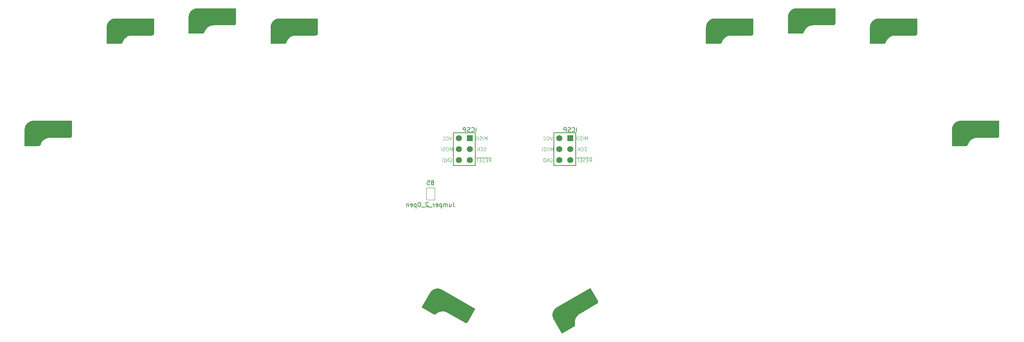
<source format=gbr>
%TF.GenerationSoftware,KiCad,Pcbnew,7.0.6*%
%TF.CreationDate,2024-02-24T15:03:31+09:00*%
%TF.ProjectId,kamu_keyboard,6b616d75-5f6b-4657-9962-6f6172642e6b,rev?*%
%TF.SameCoordinates,Original*%
%TF.FileFunction,Legend,Bot*%
%TF.FilePolarity,Positive*%
%FSLAX46Y46*%
G04 Gerber Fmt 4.6, Leading zero omitted, Abs format (unit mm)*
G04 Created by KiCad (PCBNEW 7.0.6) date 2024-02-24 15:03:31*
%MOMM*%
%LPD*%
G01*
G04 APERTURE LIST*
%ADD10C,0.150000*%
%ADD11C,0.100000*%
%ADD12C,0.120000*%
%ADD13R,1.397000X1.397000*%
%ADD14C,1.397000*%
G04 APERTURE END LIST*
D10*
X140189361Y-111487009D02*
X140046504Y-111534628D01*
X140046504Y-111534628D02*
X139998885Y-111582247D01*
X139998885Y-111582247D02*
X139951266Y-111677485D01*
X139951266Y-111677485D02*
X139951266Y-111820342D01*
X139951266Y-111820342D02*
X139998885Y-111915580D01*
X139998885Y-111915580D02*
X140046504Y-111963200D01*
X140046504Y-111963200D02*
X140141742Y-112010819D01*
X140141742Y-112010819D02*
X140522694Y-112010819D01*
X140522694Y-112010819D02*
X140522694Y-111010819D01*
X140522694Y-111010819D02*
X140189361Y-111010819D01*
X140189361Y-111010819D02*
X140094123Y-111058438D01*
X140094123Y-111058438D02*
X140046504Y-111106057D01*
X140046504Y-111106057D02*
X139998885Y-111201295D01*
X139998885Y-111201295D02*
X139998885Y-111296533D01*
X139998885Y-111296533D02*
X140046504Y-111391771D01*
X140046504Y-111391771D02*
X140094123Y-111439390D01*
X140094123Y-111439390D02*
X140189361Y-111487009D01*
X140189361Y-111487009D02*
X140522694Y-111487009D01*
X139046504Y-111010819D02*
X139522694Y-111010819D01*
X139522694Y-111010819D02*
X139570313Y-111487009D01*
X139570313Y-111487009D02*
X139522694Y-111439390D01*
X139522694Y-111439390D02*
X139427456Y-111391771D01*
X139427456Y-111391771D02*
X139189361Y-111391771D01*
X139189361Y-111391771D02*
X139094123Y-111439390D01*
X139094123Y-111439390D02*
X139046504Y-111487009D01*
X139046504Y-111487009D02*
X138998885Y-111582247D01*
X138998885Y-111582247D02*
X138998885Y-111820342D01*
X138998885Y-111820342D02*
X139046504Y-111915580D01*
X139046504Y-111915580D02*
X139094123Y-111963200D01*
X139094123Y-111963200D02*
X139189361Y-112010819D01*
X139189361Y-112010819D02*
X139427456Y-112010819D01*
X139427456Y-112010819D02*
X139522694Y-111963200D01*
X139522694Y-111963200D02*
X139570313Y-111915580D01*
X173636007Y-99710819D02*
X173636007Y-98710819D01*
X172588389Y-99615580D02*
X172636008Y-99663200D01*
X172636008Y-99663200D02*
X172778865Y-99710819D01*
X172778865Y-99710819D02*
X172874103Y-99710819D01*
X172874103Y-99710819D02*
X173016960Y-99663200D01*
X173016960Y-99663200D02*
X173112198Y-99567961D01*
X173112198Y-99567961D02*
X173159817Y-99472723D01*
X173159817Y-99472723D02*
X173207436Y-99282247D01*
X173207436Y-99282247D02*
X173207436Y-99139390D01*
X173207436Y-99139390D02*
X173159817Y-98948914D01*
X173159817Y-98948914D02*
X173112198Y-98853676D01*
X173112198Y-98853676D02*
X173016960Y-98758438D01*
X173016960Y-98758438D02*
X172874103Y-98710819D01*
X172874103Y-98710819D02*
X172778865Y-98710819D01*
X172778865Y-98710819D02*
X172636008Y-98758438D01*
X172636008Y-98758438D02*
X172588389Y-98806057D01*
X172207436Y-99663200D02*
X172064579Y-99710819D01*
X172064579Y-99710819D02*
X171826484Y-99710819D01*
X171826484Y-99710819D02*
X171731246Y-99663200D01*
X171731246Y-99663200D02*
X171683627Y-99615580D01*
X171683627Y-99615580D02*
X171636008Y-99520342D01*
X171636008Y-99520342D02*
X171636008Y-99425104D01*
X171636008Y-99425104D02*
X171683627Y-99329866D01*
X171683627Y-99329866D02*
X171731246Y-99282247D01*
X171731246Y-99282247D02*
X171826484Y-99234628D01*
X171826484Y-99234628D02*
X172016960Y-99187009D01*
X172016960Y-99187009D02*
X172112198Y-99139390D01*
X172112198Y-99139390D02*
X172159817Y-99091771D01*
X172159817Y-99091771D02*
X172207436Y-98996533D01*
X172207436Y-98996533D02*
X172207436Y-98901295D01*
X172207436Y-98901295D02*
X172159817Y-98806057D01*
X172159817Y-98806057D02*
X172112198Y-98758438D01*
X172112198Y-98758438D02*
X172016960Y-98710819D01*
X172016960Y-98710819D02*
X171778865Y-98710819D01*
X171778865Y-98710819D02*
X171636008Y-98758438D01*
X171207436Y-99710819D02*
X171207436Y-98710819D01*
X171207436Y-98710819D02*
X170826484Y-98710819D01*
X170826484Y-98710819D02*
X170731246Y-98758438D01*
X170731246Y-98758438D02*
X170683627Y-98806057D01*
X170683627Y-98806057D02*
X170636008Y-98901295D01*
X170636008Y-98901295D02*
X170636008Y-99044152D01*
X170636008Y-99044152D02*
X170683627Y-99139390D01*
X170683627Y-99139390D02*
X170731246Y-99187009D01*
X170731246Y-99187009D02*
X170826484Y-99234628D01*
X170826484Y-99234628D02*
X171207436Y-99234628D01*
D11*
X176581722Y-106680895D02*
X176848389Y-106299942D01*
X177038865Y-106680895D02*
X177038865Y-105880895D01*
X177038865Y-105880895D02*
X176734103Y-105880895D01*
X176734103Y-105880895D02*
X176657913Y-105918990D01*
X176657913Y-105918990D02*
X176619818Y-105957085D01*
X176619818Y-105957085D02*
X176581722Y-106033276D01*
X176581722Y-106033276D02*
X176581722Y-106147561D01*
X176581722Y-106147561D02*
X176619818Y-106223752D01*
X176619818Y-106223752D02*
X176657913Y-106261847D01*
X176657913Y-106261847D02*
X176734103Y-106299942D01*
X176734103Y-106299942D02*
X177038865Y-106299942D01*
X176238865Y-106261847D02*
X175972199Y-106261847D01*
X175857913Y-106680895D02*
X176238865Y-106680895D01*
X176238865Y-106680895D02*
X176238865Y-105880895D01*
X176238865Y-105880895D02*
X175857913Y-105880895D01*
X175553151Y-106642800D02*
X175438865Y-106680895D01*
X175438865Y-106680895D02*
X175248389Y-106680895D01*
X175248389Y-106680895D02*
X175172198Y-106642800D01*
X175172198Y-106642800D02*
X175134103Y-106604704D01*
X175134103Y-106604704D02*
X175096008Y-106528514D01*
X175096008Y-106528514D02*
X175096008Y-106452323D01*
X175096008Y-106452323D02*
X175134103Y-106376133D01*
X175134103Y-106376133D02*
X175172198Y-106338038D01*
X175172198Y-106338038D02*
X175248389Y-106299942D01*
X175248389Y-106299942D02*
X175400770Y-106261847D01*
X175400770Y-106261847D02*
X175476960Y-106223752D01*
X175476960Y-106223752D02*
X175515055Y-106185657D01*
X175515055Y-106185657D02*
X175553151Y-106109466D01*
X175553151Y-106109466D02*
X175553151Y-106033276D01*
X175553151Y-106033276D02*
X175515055Y-105957085D01*
X175515055Y-105957085D02*
X175476960Y-105918990D01*
X175476960Y-105918990D02*
X175400770Y-105880895D01*
X175400770Y-105880895D02*
X175210293Y-105880895D01*
X175210293Y-105880895D02*
X175096008Y-105918990D01*
X174753150Y-106261847D02*
X174486484Y-106261847D01*
X174372198Y-106680895D02*
X174753150Y-106680895D01*
X174753150Y-106680895D02*
X174753150Y-105880895D01*
X174753150Y-105880895D02*
X174372198Y-105880895D01*
X174143626Y-105880895D02*
X173686483Y-105880895D01*
X173915055Y-106680895D02*
X173915055Y-105880895D01*
X177149342Y-105658800D02*
X173690293Y-105658800D01*
X175948389Y-104102800D02*
X175834103Y-104140895D01*
X175834103Y-104140895D02*
X175643627Y-104140895D01*
X175643627Y-104140895D02*
X175567436Y-104102800D01*
X175567436Y-104102800D02*
X175529341Y-104064704D01*
X175529341Y-104064704D02*
X175491246Y-103988514D01*
X175491246Y-103988514D02*
X175491246Y-103912323D01*
X175491246Y-103912323D02*
X175529341Y-103836133D01*
X175529341Y-103836133D02*
X175567436Y-103798038D01*
X175567436Y-103798038D02*
X175643627Y-103759942D01*
X175643627Y-103759942D02*
X175796008Y-103721847D01*
X175796008Y-103721847D02*
X175872198Y-103683752D01*
X175872198Y-103683752D02*
X175910293Y-103645657D01*
X175910293Y-103645657D02*
X175948389Y-103569466D01*
X175948389Y-103569466D02*
X175948389Y-103493276D01*
X175948389Y-103493276D02*
X175910293Y-103417085D01*
X175910293Y-103417085D02*
X175872198Y-103378990D01*
X175872198Y-103378990D02*
X175796008Y-103340895D01*
X175796008Y-103340895D02*
X175605531Y-103340895D01*
X175605531Y-103340895D02*
X175491246Y-103378990D01*
X174691245Y-104064704D02*
X174729341Y-104102800D01*
X174729341Y-104102800D02*
X174843626Y-104140895D01*
X174843626Y-104140895D02*
X174919817Y-104140895D01*
X174919817Y-104140895D02*
X175034103Y-104102800D01*
X175034103Y-104102800D02*
X175110293Y-104026609D01*
X175110293Y-104026609D02*
X175148388Y-103950419D01*
X175148388Y-103950419D02*
X175186484Y-103798038D01*
X175186484Y-103798038D02*
X175186484Y-103683752D01*
X175186484Y-103683752D02*
X175148388Y-103531371D01*
X175148388Y-103531371D02*
X175110293Y-103455180D01*
X175110293Y-103455180D02*
X175034103Y-103378990D01*
X175034103Y-103378990D02*
X174919817Y-103340895D01*
X174919817Y-103340895D02*
X174843626Y-103340895D01*
X174843626Y-103340895D02*
X174729341Y-103378990D01*
X174729341Y-103378990D02*
X174691245Y-103417085D01*
X174348388Y-104140895D02*
X174348388Y-103340895D01*
X173891245Y-104140895D02*
X174234103Y-103683752D01*
X173891245Y-103340895D02*
X174348388Y-103798038D01*
X167986484Y-100840895D02*
X167719817Y-101640895D01*
X167719817Y-101640895D02*
X167453151Y-100840895D01*
X166729341Y-101564704D02*
X166767437Y-101602800D01*
X166767437Y-101602800D02*
X166881722Y-101640895D01*
X166881722Y-101640895D02*
X166957913Y-101640895D01*
X166957913Y-101640895D02*
X167072199Y-101602800D01*
X167072199Y-101602800D02*
X167148389Y-101526609D01*
X167148389Y-101526609D02*
X167186484Y-101450419D01*
X167186484Y-101450419D02*
X167224580Y-101298038D01*
X167224580Y-101298038D02*
X167224580Y-101183752D01*
X167224580Y-101183752D02*
X167186484Y-101031371D01*
X167186484Y-101031371D02*
X167148389Y-100955180D01*
X167148389Y-100955180D02*
X167072199Y-100878990D01*
X167072199Y-100878990D02*
X166957913Y-100840895D01*
X166957913Y-100840895D02*
X166881722Y-100840895D01*
X166881722Y-100840895D02*
X166767437Y-100878990D01*
X166767437Y-100878990D02*
X166729341Y-100917085D01*
X165929341Y-101564704D02*
X165967437Y-101602800D01*
X165967437Y-101602800D02*
X166081722Y-101640895D01*
X166081722Y-101640895D02*
X166157913Y-101640895D01*
X166157913Y-101640895D02*
X166272199Y-101602800D01*
X166272199Y-101602800D02*
X166348389Y-101526609D01*
X166348389Y-101526609D02*
X166386484Y-101450419D01*
X166386484Y-101450419D02*
X166424580Y-101298038D01*
X166424580Y-101298038D02*
X166424580Y-101183752D01*
X166424580Y-101183752D02*
X166386484Y-101031371D01*
X166386484Y-101031371D02*
X166348389Y-100955180D01*
X166348389Y-100955180D02*
X166272199Y-100878990D01*
X166272199Y-100878990D02*
X166157913Y-100840895D01*
X166157913Y-100840895D02*
X166081722Y-100840895D01*
X166081722Y-100840895D02*
X165967437Y-100878990D01*
X165967437Y-100878990D02*
X165929341Y-100917085D01*
X167529341Y-105918990D02*
X167605531Y-105880895D01*
X167605531Y-105880895D02*
X167719817Y-105880895D01*
X167719817Y-105880895D02*
X167834103Y-105918990D01*
X167834103Y-105918990D02*
X167910293Y-105995180D01*
X167910293Y-105995180D02*
X167948388Y-106071371D01*
X167948388Y-106071371D02*
X167986484Y-106223752D01*
X167986484Y-106223752D02*
X167986484Y-106338038D01*
X167986484Y-106338038D02*
X167948388Y-106490419D01*
X167948388Y-106490419D02*
X167910293Y-106566609D01*
X167910293Y-106566609D02*
X167834103Y-106642800D01*
X167834103Y-106642800D02*
X167719817Y-106680895D01*
X167719817Y-106680895D02*
X167643626Y-106680895D01*
X167643626Y-106680895D02*
X167529341Y-106642800D01*
X167529341Y-106642800D02*
X167491245Y-106604704D01*
X167491245Y-106604704D02*
X167491245Y-106338038D01*
X167491245Y-106338038D02*
X167643626Y-106338038D01*
X167148388Y-106680895D02*
X167148388Y-105880895D01*
X167148388Y-105880895D02*
X166691245Y-106680895D01*
X166691245Y-106680895D02*
X166691245Y-105880895D01*
X166310293Y-106680895D02*
X166310293Y-105880895D01*
X166310293Y-105880895D02*
X166119817Y-105880895D01*
X166119817Y-105880895D02*
X166005531Y-105918990D01*
X166005531Y-105918990D02*
X165929341Y-105995180D01*
X165929341Y-105995180D02*
X165891246Y-106071371D01*
X165891246Y-106071371D02*
X165853150Y-106223752D01*
X165853150Y-106223752D02*
X165853150Y-106338038D01*
X165853150Y-106338038D02*
X165891246Y-106490419D01*
X165891246Y-106490419D02*
X165929341Y-106566609D01*
X165929341Y-106566609D02*
X166005531Y-106642800D01*
X166005531Y-106642800D02*
X166119817Y-106680895D01*
X166119817Y-106680895D02*
X166310293Y-106680895D01*
X176176960Y-101600895D02*
X176176960Y-100800895D01*
X176176960Y-100800895D02*
X175910294Y-101372323D01*
X175910294Y-101372323D02*
X175643627Y-100800895D01*
X175643627Y-100800895D02*
X175643627Y-101600895D01*
X175262674Y-101600895D02*
X175262674Y-100800895D01*
X174919818Y-101562800D02*
X174805532Y-101600895D01*
X174805532Y-101600895D02*
X174615056Y-101600895D01*
X174615056Y-101600895D02*
X174538865Y-101562800D01*
X174538865Y-101562800D02*
X174500770Y-101524704D01*
X174500770Y-101524704D02*
X174462675Y-101448514D01*
X174462675Y-101448514D02*
X174462675Y-101372323D01*
X174462675Y-101372323D02*
X174500770Y-101296133D01*
X174500770Y-101296133D02*
X174538865Y-101258038D01*
X174538865Y-101258038D02*
X174615056Y-101219942D01*
X174615056Y-101219942D02*
X174767437Y-101181847D01*
X174767437Y-101181847D02*
X174843627Y-101143752D01*
X174843627Y-101143752D02*
X174881722Y-101105657D01*
X174881722Y-101105657D02*
X174919818Y-101029466D01*
X174919818Y-101029466D02*
X174919818Y-100953276D01*
X174919818Y-100953276D02*
X174881722Y-100877085D01*
X174881722Y-100877085D02*
X174843627Y-100838990D01*
X174843627Y-100838990D02*
X174767437Y-100800895D01*
X174767437Y-100800895D02*
X174576960Y-100800895D01*
X174576960Y-100800895D02*
X174462675Y-100838990D01*
X173967436Y-100800895D02*
X173815055Y-100800895D01*
X173815055Y-100800895D02*
X173738865Y-100838990D01*
X173738865Y-100838990D02*
X173662674Y-100915180D01*
X173662674Y-100915180D02*
X173624579Y-101067561D01*
X173624579Y-101067561D02*
X173624579Y-101334228D01*
X173624579Y-101334228D02*
X173662674Y-101486609D01*
X173662674Y-101486609D02*
X173738865Y-101562800D01*
X173738865Y-101562800D02*
X173815055Y-101600895D01*
X173815055Y-101600895D02*
X173967436Y-101600895D01*
X173967436Y-101600895D02*
X174043627Y-101562800D01*
X174043627Y-101562800D02*
X174119817Y-101486609D01*
X174119817Y-101486609D02*
X174157913Y-101334228D01*
X174157913Y-101334228D02*
X174157913Y-101067561D01*
X174157913Y-101067561D02*
X174119817Y-100915180D01*
X174119817Y-100915180D02*
X174043627Y-100838990D01*
X174043627Y-100838990D02*
X173967436Y-100800895D01*
X168176960Y-104140895D02*
X168176960Y-103340895D01*
X168176960Y-103340895D02*
X167910294Y-103912323D01*
X167910294Y-103912323D02*
X167643627Y-103340895D01*
X167643627Y-103340895D02*
X167643627Y-104140895D01*
X167110293Y-103340895D02*
X166957912Y-103340895D01*
X166957912Y-103340895D02*
X166881722Y-103378990D01*
X166881722Y-103378990D02*
X166805531Y-103455180D01*
X166805531Y-103455180D02*
X166767436Y-103607561D01*
X166767436Y-103607561D02*
X166767436Y-103874228D01*
X166767436Y-103874228D02*
X166805531Y-104026609D01*
X166805531Y-104026609D02*
X166881722Y-104102800D01*
X166881722Y-104102800D02*
X166957912Y-104140895D01*
X166957912Y-104140895D02*
X167110293Y-104140895D01*
X167110293Y-104140895D02*
X167186484Y-104102800D01*
X167186484Y-104102800D02*
X167262674Y-104026609D01*
X167262674Y-104026609D02*
X167300770Y-103874228D01*
X167300770Y-103874228D02*
X167300770Y-103607561D01*
X167300770Y-103607561D02*
X167262674Y-103455180D01*
X167262674Y-103455180D02*
X167186484Y-103378990D01*
X167186484Y-103378990D02*
X167110293Y-103340895D01*
X166462675Y-104102800D02*
X166348389Y-104140895D01*
X166348389Y-104140895D02*
X166157913Y-104140895D01*
X166157913Y-104140895D02*
X166081722Y-104102800D01*
X166081722Y-104102800D02*
X166043627Y-104064704D01*
X166043627Y-104064704D02*
X166005532Y-103988514D01*
X166005532Y-103988514D02*
X166005532Y-103912323D01*
X166005532Y-103912323D02*
X166043627Y-103836133D01*
X166043627Y-103836133D02*
X166081722Y-103798038D01*
X166081722Y-103798038D02*
X166157913Y-103759942D01*
X166157913Y-103759942D02*
X166310294Y-103721847D01*
X166310294Y-103721847D02*
X166386484Y-103683752D01*
X166386484Y-103683752D02*
X166424579Y-103645657D01*
X166424579Y-103645657D02*
X166462675Y-103569466D01*
X166462675Y-103569466D02*
X166462675Y-103493276D01*
X166462675Y-103493276D02*
X166424579Y-103417085D01*
X166424579Y-103417085D02*
X166386484Y-103378990D01*
X166386484Y-103378990D02*
X166310294Y-103340895D01*
X166310294Y-103340895D02*
X166119817Y-103340895D01*
X166119817Y-103340895D02*
X166005532Y-103378990D01*
X165662674Y-104140895D02*
X165662674Y-103340895D01*
D10*
X150326955Y-99710819D02*
X150326955Y-98710819D01*
X149279337Y-99615580D02*
X149326956Y-99663200D01*
X149326956Y-99663200D02*
X149469813Y-99710819D01*
X149469813Y-99710819D02*
X149565051Y-99710819D01*
X149565051Y-99710819D02*
X149707908Y-99663200D01*
X149707908Y-99663200D02*
X149803146Y-99567961D01*
X149803146Y-99567961D02*
X149850765Y-99472723D01*
X149850765Y-99472723D02*
X149898384Y-99282247D01*
X149898384Y-99282247D02*
X149898384Y-99139390D01*
X149898384Y-99139390D02*
X149850765Y-98948914D01*
X149850765Y-98948914D02*
X149803146Y-98853676D01*
X149803146Y-98853676D02*
X149707908Y-98758438D01*
X149707908Y-98758438D02*
X149565051Y-98710819D01*
X149565051Y-98710819D02*
X149469813Y-98710819D01*
X149469813Y-98710819D02*
X149326956Y-98758438D01*
X149326956Y-98758438D02*
X149279337Y-98806057D01*
X148898384Y-99663200D02*
X148755527Y-99710819D01*
X148755527Y-99710819D02*
X148517432Y-99710819D01*
X148517432Y-99710819D02*
X148422194Y-99663200D01*
X148422194Y-99663200D02*
X148374575Y-99615580D01*
X148374575Y-99615580D02*
X148326956Y-99520342D01*
X148326956Y-99520342D02*
X148326956Y-99425104D01*
X148326956Y-99425104D02*
X148374575Y-99329866D01*
X148374575Y-99329866D02*
X148422194Y-99282247D01*
X148422194Y-99282247D02*
X148517432Y-99234628D01*
X148517432Y-99234628D02*
X148707908Y-99187009D01*
X148707908Y-99187009D02*
X148803146Y-99139390D01*
X148803146Y-99139390D02*
X148850765Y-99091771D01*
X148850765Y-99091771D02*
X148898384Y-98996533D01*
X148898384Y-98996533D02*
X148898384Y-98901295D01*
X148898384Y-98901295D02*
X148850765Y-98806057D01*
X148850765Y-98806057D02*
X148803146Y-98758438D01*
X148803146Y-98758438D02*
X148707908Y-98710819D01*
X148707908Y-98710819D02*
X148469813Y-98710819D01*
X148469813Y-98710819D02*
X148326956Y-98758438D01*
X147898384Y-99710819D02*
X147898384Y-98710819D01*
X147898384Y-98710819D02*
X147517432Y-98710819D01*
X147517432Y-98710819D02*
X147422194Y-98758438D01*
X147422194Y-98758438D02*
X147374575Y-98806057D01*
X147374575Y-98806057D02*
X147326956Y-98901295D01*
X147326956Y-98901295D02*
X147326956Y-99044152D01*
X147326956Y-99044152D02*
X147374575Y-99139390D01*
X147374575Y-99139390D02*
X147422194Y-99187009D01*
X147422194Y-99187009D02*
X147517432Y-99234628D01*
X147517432Y-99234628D02*
X147898384Y-99234628D01*
D11*
X144867908Y-104140895D02*
X144867908Y-103340895D01*
X144867908Y-103340895D02*
X144601242Y-103912323D01*
X144601242Y-103912323D02*
X144334575Y-103340895D01*
X144334575Y-103340895D02*
X144334575Y-104140895D01*
X143801241Y-103340895D02*
X143648860Y-103340895D01*
X143648860Y-103340895D02*
X143572670Y-103378990D01*
X143572670Y-103378990D02*
X143496479Y-103455180D01*
X143496479Y-103455180D02*
X143458384Y-103607561D01*
X143458384Y-103607561D02*
X143458384Y-103874228D01*
X143458384Y-103874228D02*
X143496479Y-104026609D01*
X143496479Y-104026609D02*
X143572670Y-104102800D01*
X143572670Y-104102800D02*
X143648860Y-104140895D01*
X143648860Y-104140895D02*
X143801241Y-104140895D01*
X143801241Y-104140895D02*
X143877432Y-104102800D01*
X143877432Y-104102800D02*
X143953622Y-104026609D01*
X143953622Y-104026609D02*
X143991718Y-103874228D01*
X143991718Y-103874228D02*
X143991718Y-103607561D01*
X143991718Y-103607561D02*
X143953622Y-103455180D01*
X143953622Y-103455180D02*
X143877432Y-103378990D01*
X143877432Y-103378990D02*
X143801241Y-103340895D01*
X143153623Y-104102800D02*
X143039337Y-104140895D01*
X143039337Y-104140895D02*
X142848861Y-104140895D01*
X142848861Y-104140895D02*
X142772670Y-104102800D01*
X142772670Y-104102800D02*
X142734575Y-104064704D01*
X142734575Y-104064704D02*
X142696480Y-103988514D01*
X142696480Y-103988514D02*
X142696480Y-103912323D01*
X142696480Y-103912323D02*
X142734575Y-103836133D01*
X142734575Y-103836133D02*
X142772670Y-103798038D01*
X142772670Y-103798038D02*
X142848861Y-103759942D01*
X142848861Y-103759942D02*
X143001242Y-103721847D01*
X143001242Y-103721847D02*
X143077432Y-103683752D01*
X143077432Y-103683752D02*
X143115527Y-103645657D01*
X143115527Y-103645657D02*
X143153623Y-103569466D01*
X143153623Y-103569466D02*
X143153623Y-103493276D01*
X143153623Y-103493276D02*
X143115527Y-103417085D01*
X143115527Y-103417085D02*
X143077432Y-103378990D01*
X143077432Y-103378990D02*
X143001242Y-103340895D01*
X143001242Y-103340895D02*
X142810765Y-103340895D01*
X142810765Y-103340895D02*
X142696480Y-103378990D01*
X142353622Y-104140895D02*
X142353622Y-103340895D01*
X153272670Y-106680895D02*
X153539337Y-106299942D01*
X153729813Y-106680895D02*
X153729813Y-105880895D01*
X153729813Y-105880895D02*
X153425051Y-105880895D01*
X153425051Y-105880895D02*
X153348861Y-105918990D01*
X153348861Y-105918990D02*
X153310766Y-105957085D01*
X153310766Y-105957085D02*
X153272670Y-106033276D01*
X153272670Y-106033276D02*
X153272670Y-106147561D01*
X153272670Y-106147561D02*
X153310766Y-106223752D01*
X153310766Y-106223752D02*
X153348861Y-106261847D01*
X153348861Y-106261847D02*
X153425051Y-106299942D01*
X153425051Y-106299942D02*
X153729813Y-106299942D01*
X152929813Y-106261847D02*
X152663147Y-106261847D01*
X152548861Y-106680895D02*
X152929813Y-106680895D01*
X152929813Y-106680895D02*
X152929813Y-105880895D01*
X152929813Y-105880895D02*
X152548861Y-105880895D01*
X152244099Y-106642800D02*
X152129813Y-106680895D01*
X152129813Y-106680895D02*
X151939337Y-106680895D01*
X151939337Y-106680895D02*
X151863146Y-106642800D01*
X151863146Y-106642800D02*
X151825051Y-106604704D01*
X151825051Y-106604704D02*
X151786956Y-106528514D01*
X151786956Y-106528514D02*
X151786956Y-106452323D01*
X151786956Y-106452323D02*
X151825051Y-106376133D01*
X151825051Y-106376133D02*
X151863146Y-106338038D01*
X151863146Y-106338038D02*
X151939337Y-106299942D01*
X151939337Y-106299942D02*
X152091718Y-106261847D01*
X152091718Y-106261847D02*
X152167908Y-106223752D01*
X152167908Y-106223752D02*
X152206003Y-106185657D01*
X152206003Y-106185657D02*
X152244099Y-106109466D01*
X152244099Y-106109466D02*
X152244099Y-106033276D01*
X152244099Y-106033276D02*
X152206003Y-105957085D01*
X152206003Y-105957085D02*
X152167908Y-105918990D01*
X152167908Y-105918990D02*
X152091718Y-105880895D01*
X152091718Y-105880895D02*
X151901241Y-105880895D01*
X151901241Y-105880895D02*
X151786956Y-105918990D01*
X151444098Y-106261847D02*
X151177432Y-106261847D01*
X151063146Y-106680895D02*
X151444098Y-106680895D01*
X151444098Y-106680895D02*
X151444098Y-105880895D01*
X151444098Y-105880895D02*
X151063146Y-105880895D01*
X150834574Y-105880895D02*
X150377431Y-105880895D01*
X150606003Y-106680895D02*
X150606003Y-105880895D01*
X153840290Y-105658800D02*
X150381241Y-105658800D01*
X152867908Y-101600895D02*
X152867908Y-100800895D01*
X152867908Y-100800895D02*
X152601242Y-101372323D01*
X152601242Y-101372323D02*
X152334575Y-100800895D01*
X152334575Y-100800895D02*
X152334575Y-101600895D01*
X151953622Y-101600895D02*
X151953622Y-100800895D01*
X151610766Y-101562800D02*
X151496480Y-101600895D01*
X151496480Y-101600895D02*
X151306004Y-101600895D01*
X151306004Y-101600895D02*
X151229813Y-101562800D01*
X151229813Y-101562800D02*
X151191718Y-101524704D01*
X151191718Y-101524704D02*
X151153623Y-101448514D01*
X151153623Y-101448514D02*
X151153623Y-101372323D01*
X151153623Y-101372323D02*
X151191718Y-101296133D01*
X151191718Y-101296133D02*
X151229813Y-101258038D01*
X151229813Y-101258038D02*
X151306004Y-101219942D01*
X151306004Y-101219942D02*
X151458385Y-101181847D01*
X151458385Y-101181847D02*
X151534575Y-101143752D01*
X151534575Y-101143752D02*
X151572670Y-101105657D01*
X151572670Y-101105657D02*
X151610766Y-101029466D01*
X151610766Y-101029466D02*
X151610766Y-100953276D01*
X151610766Y-100953276D02*
X151572670Y-100877085D01*
X151572670Y-100877085D02*
X151534575Y-100838990D01*
X151534575Y-100838990D02*
X151458385Y-100800895D01*
X151458385Y-100800895D02*
X151267908Y-100800895D01*
X151267908Y-100800895D02*
X151153623Y-100838990D01*
X150658384Y-100800895D02*
X150506003Y-100800895D01*
X150506003Y-100800895D02*
X150429813Y-100838990D01*
X150429813Y-100838990D02*
X150353622Y-100915180D01*
X150353622Y-100915180D02*
X150315527Y-101067561D01*
X150315527Y-101067561D02*
X150315527Y-101334228D01*
X150315527Y-101334228D02*
X150353622Y-101486609D01*
X150353622Y-101486609D02*
X150429813Y-101562800D01*
X150429813Y-101562800D02*
X150506003Y-101600895D01*
X150506003Y-101600895D02*
X150658384Y-101600895D01*
X150658384Y-101600895D02*
X150734575Y-101562800D01*
X150734575Y-101562800D02*
X150810765Y-101486609D01*
X150810765Y-101486609D02*
X150848861Y-101334228D01*
X150848861Y-101334228D02*
X150848861Y-101067561D01*
X150848861Y-101067561D02*
X150810765Y-100915180D01*
X150810765Y-100915180D02*
X150734575Y-100838990D01*
X150734575Y-100838990D02*
X150658384Y-100800895D01*
X144220289Y-105918990D02*
X144296479Y-105880895D01*
X144296479Y-105880895D02*
X144410765Y-105880895D01*
X144410765Y-105880895D02*
X144525051Y-105918990D01*
X144525051Y-105918990D02*
X144601241Y-105995180D01*
X144601241Y-105995180D02*
X144639336Y-106071371D01*
X144639336Y-106071371D02*
X144677432Y-106223752D01*
X144677432Y-106223752D02*
X144677432Y-106338038D01*
X144677432Y-106338038D02*
X144639336Y-106490419D01*
X144639336Y-106490419D02*
X144601241Y-106566609D01*
X144601241Y-106566609D02*
X144525051Y-106642800D01*
X144525051Y-106642800D02*
X144410765Y-106680895D01*
X144410765Y-106680895D02*
X144334574Y-106680895D01*
X144334574Y-106680895D02*
X144220289Y-106642800D01*
X144220289Y-106642800D02*
X144182193Y-106604704D01*
X144182193Y-106604704D02*
X144182193Y-106338038D01*
X144182193Y-106338038D02*
X144334574Y-106338038D01*
X143839336Y-106680895D02*
X143839336Y-105880895D01*
X143839336Y-105880895D02*
X143382193Y-106680895D01*
X143382193Y-106680895D02*
X143382193Y-105880895D01*
X143001241Y-106680895D02*
X143001241Y-105880895D01*
X143001241Y-105880895D02*
X142810765Y-105880895D01*
X142810765Y-105880895D02*
X142696479Y-105918990D01*
X142696479Y-105918990D02*
X142620289Y-105995180D01*
X142620289Y-105995180D02*
X142582194Y-106071371D01*
X142582194Y-106071371D02*
X142544098Y-106223752D01*
X142544098Y-106223752D02*
X142544098Y-106338038D01*
X142544098Y-106338038D02*
X142582194Y-106490419D01*
X142582194Y-106490419D02*
X142620289Y-106566609D01*
X142620289Y-106566609D02*
X142696479Y-106642800D01*
X142696479Y-106642800D02*
X142810765Y-106680895D01*
X142810765Y-106680895D02*
X143001241Y-106680895D01*
X152639337Y-104102800D02*
X152525051Y-104140895D01*
X152525051Y-104140895D02*
X152334575Y-104140895D01*
X152334575Y-104140895D02*
X152258384Y-104102800D01*
X152258384Y-104102800D02*
X152220289Y-104064704D01*
X152220289Y-104064704D02*
X152182194Y-103988514D01*
X152182194Y-103988514D02*
X152182194Y-103912323D01*
X152182194Y-103912323D02*
X152220289Y-103836133D01*
X152220289Y-103836133D02*
X152258384Y-103798038D01*
X152258384Y-103798038D02*
X152334575Y-103759942D01*
X152334575Y-103759942D02*
X152486956Y-103721847D01*
X152486956Y-103721847D02*
X152563146Y-103683752D01*
X152563146Y-103683752D02*
X152601241Y-103645657D01*
X152601241Y-103645657D02*
X152639337Y-103569466D01*
X152639337Y-103569466D02*
X152639337Y-103493276D01*
X152639337Y-103493276D02*
X152601241Y-103417085D01*
X152601241Y-103417085D02*
X152563146Y-103378990D01*
X152563146Y-103378990D02*
X152486956Y-103340895D01*
X152486956Y-103340895D02*
X152296479Y-103340895D01*
X152296479Y-103340895D02*
X152182194Y-103378990D01*
X151382193Y-104064704D02*
X151420289Y-104102800D01*
X151420289Y-104102800D02*
X151534574Y-104140895D01*
X151534574Y-104140895D02*
X151610765Y-104140895D01*
X151610765Y-104140895D02*
X151725051Y-104102800D01*
X151725051Y-104102800D02*
X151801241Y-104026609D01*
X151801241Y-104026609D02*
X151839336Y-103950419D01*
X151839336Y-103950419D02*
X151877432Y-103798038D01*
X151877432Y-103798038D02*
X151877432Y-103683752D01*
X151877432Y-103683752D02*
X151839336Y-103531371D01*
X151839336Y-103531371D02*
X151801241Y-103455180D01*
X151801241Y-103455180D02*
X151725051Y-103378990D01*
X151725051Y-103378990D02*
X151610765Y-103340895D01*
X151610765Y-103340895D02*
X151534574Y-103340895D01*
X151534574Y-103340895D02*
X151420289Y-103378990D01*
X151420289Y-103378990D02*
X151382193Y-103417085D01*
X151039336Y-104140895D02*
X151039336Y-103340895D01*
X150582193Y-104140895D02*
X150925051Y-103683752D01*
X150582193Y-103340895D02*
X151039336Y-103798038D01*
X144677432Y-100840895D02*
X144410765Y-101640895D01*
X144410765Y-101640895D02*
X144144099Y-100840895D01*
X143420289Y-101564704D02*
X143458385Y-101602800D01*
X143458385Y-101602800D02*
X143572670Y-101640895D01*
X143572670Y-101640895D02*
X143648861Y-101640895D01*
X143648861Y-101640895D02*
X143763147Y-101602800D01*
X143763147Y-101602800D02*
X143839337Y-101526609D01*
X143839337Y-101526609D02*
X143877432Y-101450419D01*
X143877432Y-101450419D02*
X143915528Y-101298038D01*
X143915528Y-101298038D02*
X143915528Y-101183752D01*
X143915528Y-101183752D02*
X143877432Y-101031371D01*
X143877432Y-101031371D02*
X143839337Y-100955180D01*
X143839337Y-100955180D02*
X143763147Y-100878990D01*
X143763147Y-100878990D02*
X143648861Y-100840895D01*
X143648861Y-100840895D02*
X143572670Y-100840895D01*
X143572670Y-100840895D02*
X143458385Y-100878990D01*
X143458385Y-100878990D02*
X143420289Y-100917085D01*
X142620289Y-101564704D02*
X142658385Y-101602800D01*
X142658385Y-101602800D02*
X142772670Y-101640895D01*
X142772670Y-101640895D02*
X142848861Y-101640895D01*
X142848861Y-101640895D02*
X142963147Y-101602800D01*
X142963147Y-101602800D02*
X143039337Y-101526609D01*
X143039337Y-101526609D02*
X143077432Y-101450419D01*
X143077432Y-101450419D02*
X143115528Y-101298038D01*
X143115528Y-101298038D02*
X143115528Y-101183752D01*
X143115528Y-101183752D02*
X143077432Y-101031371D01*
X143077432Y-101031371D02*
X143039337Y-100955180D01*
X143039337Y-100955180D02*
X142963147Y-100878990D01*
X142963147Y-100878990D02*
X142848861Y-100840895D01*
X142848861Y-100840895D02*
X142772670Y-100840895D01*
X142772670Y-100840895D02*
X142658385Y-100878990D01*
X142658385Y-100878990D02*
X142620289Y-100917085D01*
D10*
X145046505Y-116090819D02*
X145046505Y-116805104D01*
X145046505Y-116805104D02*
X145094124Y-116947961D01*
X145094124Y-116947961D02*
X145189362Y-117043200D01*
X145189362Y-117043200D02*
X145332219Y-117090819D01*
X145332219Y-117090819D02*
X145427457Y-117090819D01*
X144141743Y-116424152D02*
X144141743Y-117090819D01*
X144570314Y-116424152D02*
X144570314Y-116947961D01*
X144570314Y-116947961D02*
X144522695Y-117043200D01*
X144522695Y-117043200D02*
X144427457Y-117090819D01*
X144427457Y-117090819D02*
X144284600Y-117090819D01*
X144284600Y-117090819D02*
X144189362Y-117043200D01*
X144189362Y-117043200D02*
X144141743Y-116995580D01*
X143665552Y-117090819D02*
X143665552Y-116424152D01*
X143665552Y-116519390D02*
X143617933Y-116471771D01*
X143617933Y-116471771D02*
X143522695Y-116424152D01*
X143522695Y-116424152D02*
X143379838Y-116424152D01*
X143379838Y-116424152D02*
X143284600Y-116471771D01*
X143284600Y-116471771D02*
X143236981Y-116567009D01*
X143236981Y-116567009D02*
X143236981Y-117090819D01*
X143236981Y-116567009D02*
X143189362Y-116471771D01*
X143189362Y-116471771D02*
X143094124Y-116424152D01*
X143094124Y-116424152D02*
X142951267Y-116424152D01*
X142951267Y-116424152D02*
X142856028Y-116471771D01*
X142856028Y-116471771D02*
X142808409Y-116567009D01*
X142808409Y-116567009D02*
X142808409Y-117090819D01*
X142332219Y-116424152D02*
X142332219Y-117424152D01*
X142332219Y-116471771D02*
X142236981Y-116424152D01*
X142236981Y-116424152D02*
X142046505Y-116424152D01*
X142046505Y-116424152D02*
X141951267Y-116471771D01*
X141951267Y-116471771D02*
X141903648Y-116519390D01*
X141903648Y-116519390D02*
X141856029Y-116614628D01*
X141856029Y-116614628D02*
X141856029Y-116900342D01*
X141856029Y-116900342D02*
X141903648Y-116995580D01*
X141903648Y-116995580D02*
X141951267Y-117043200D01*
X141951267Y-117043200D02*
X142046505Y-117090819D01*
X142046505Y-117090819D02*
X142236981Y-117090819D01*
X142236981Y-117090819D02*
X142332219Y-117043200D01*
X141046505Y-117043200D02*
X141141743Y-117090819D01*
X141141743Y-117090819D02*
X141332219Y-117090819D01*
X141332219Y-117090819D02*
X141427457Y-117043200D01*
X141427457Y-117043200D02*
X141475076Y-116947961D01*
X141475076Y-116947961D02*
X141475076Y-116567009D01*
X141475076Y-116567009D02*
X141427457Y-116471771D01*
X141427457Y-116471771D02*
X141332219Y-116424152D01*
X141332219Y-116424152D02*
X141141743Y-116424152D01*
X141141743Y-116424152D02*
X141046505Y-116471771D01*
X141046505Y-116471771D02*
X140998886Y-116567009D01*
X140998886Y-116567009D02*
X140998886Y-116662247D01*
X140998886Y-116662247D02*
X141475076Y-116757485D01*
X140570314Y-117090819D02*
X140570314Y-116424152D01*
X140570314Y-116614628D02*
X140522695Y-116519390D01*
X140522695Y-116519390D02*
X140475076Y-116471771D01*
X140475076Y-116471771D02*
X140379838Y-116424152D01*
X140379838Y-116424152D02*
X140284600Y-116424152D01*
X140189362Y-117186057D02*
X139427457Y-117186057D01*
X139236980Y-116186057D02*
X139189361Y-116138438D01*
X139189361Y-116138438D02*
X139094123Y-116090819D01*
X139094123Y-116090819D02*
X138856028Y-116090819D01*
X138856028Y-116090819D02*
X138760790Y-116138438D01*
X138760790Y-116138438D02*
X138713171Y-116186057D01*
X138713171Y-116186057D02*
X138665552Y-116281295D01*
X138665552Y-116281295D02*
X138665552Y-116376533D01*
X138665552Y-116376533D02*
X138713171Y-116519390D01*
X138713171Y-116519390D02*
X139284599Y-117090819D01*
X139284599Y-117090819D02*
X138665552Y-117090819D01*
X138475076Y-117186057D02*
X137713171Y-117186057D01*
X137284599Y-116090819D02*
X137094123Y-116090819D01*
X137094123Y-116090819D02*
X136998885Y-116138438D01*
X136998885Y-116138438D02*
X136903647Y-116233676D01*
X136903647Y-116233676D02*
X136856028Y-116424152D01*
X136856028Y-116424152D02*
X136856028Y-116757485D01*
X136856028Y-116757485D02*
X136903647Y-116947961D01*
X136903647Y-116947961D02*
X136998885Y-117043200D01*
X136998885Y-117043200D02*
X137094123Y-117090819D01*
X137094123Y-117090819D02*
X137284599Y-117090819D01*
X137284599Y-117090819D02*
X137379837Y-117043200D01*
X137379837Y-117043200D02*
X137475075Y-116947961D01*
X137475075Y-116947961D02*
X137522694Y-116757485D01*
X137522694Y-116757485D02*
X137522694Y-116424152D01*
X137522694Y-116424152D02*
X137475075Y-116233676D01*
X137475075Y-116233676D02*
X137379837Y-116138438D01*
X137379837Y-116138438D02*
X137284599Y-116090819D01*
X136427456Y-116424152D02*
X136427456Y-117424152D01*
X136427456Y-116471771D02*
X136332218Y-116424152D01*
X136332218Y-116424152D02*
X136141742Y-116424152D01*
X136141742Y-116424152D02*
X136046504Y-116471771D01*
X136046504Y-116471771D02*
X135998885Y-116519390D01*
X135998885Y-116519390D02*
X135951266Y-116614628D01*
X135951266Y-116614628D02*
X135951266Y-116900342D01*
X135951266Y-116900342D02*
X135998885Y-116995580D01*
X135998885Y-116995580D02*
X136046504Y-117043200D01*
X136046504Y-117043200D02*
X136141742Y-117090819D01*
X136141742Y-117090819D02*
X136332218Y-117090819D01*
X136332218Y-117090819D02*
X136427456Y-117043200D01*
X135141742Y-117043200D02*
X135236980Y-117090819D01*
X135236980Y-117090819D02*
X135427456Y-117090819D01*
X135427456Y-117090819D02*
X135522694Y-117043200D01*
X135522694Y-117043200D02*
X135570313Y-116947961D01*
X135570313Y-116947961D02*
X135570313Y-116567009D01*
X135570313Y-116567009D02*
X135522694Y-116471771D01*
X135522694Y-116471771D02*
X135427456Y-116424152D01*
X135427456Y-116424152D02*
X135236980Y-116424152D01*
X135236980Y-116424152D02*
X135141742Y-116471771D01*
X135141742Y-116471771D02*
X135094123Y-116567009D01*
X135094123Y-116567009D02*
X135094123Y-116662247D01*
X135094123Y-116662247D02*
X135570313Y-116757485D01*
X134665551Y-116424152D02*
X134665551Y-117090819D01*
X134665551Y-116519390D02*
X134617932Y-116471771D01*
X134617932Y-116471771D02*
X134522694Y-116424152D01*
X134522694Y-116424152D02*
X134379837Y-116424152D01*
X134379837Y-116424152D02*
X134284599Y-116471771D01*
X134284599Y-116471771D02*
X134236980Y-116567009D01*
X134236980Y-116567009D02*
X134236980Y-117090819D01*
%TO.C,J4*%
X173459818Y-107586000D02*
X173459818Y-99966000D01*
X173459818Y-99966000D02*
X168379818Y-99966000D01*
X168379818Y-107586000D02*
X173459818Y-107586000D01*
X168379818Y-99966000D02*
X168379818Y-107586000D01*
%TO.C,SW8*%
G36*
X233595035Y-74494621D02*
G01*
X233594421Y-74519423D01*
X233592589Y-74544055D01*
X233589558Y-74568476D01*
X233585342Y-74592646D01*
X233579961Y-74616524D01*
X233573429Y-74640069D01*
X233565765Y-74663240D01*
X233556985Y-74685996D01*
X233547107Y-74708297D01*
X233536146Y-74730101D01*
X233524120Y-74751367D01*
X233511046Y-74772056D01*
X233496941Y-74792125D01*
X233481821Y-74811535D01*
X233465704Y-74830244D01*
X233448606Y-74848211D01*
X233430638Y-74865309D01*
X233411929Y-74881427D01*
X233392520Y-74896547D01*
X233372450Y-74910653D01*
X233351761Y-74923727D01*
X233330495Y-74935754D01*
X233308691Y-74946715D01*
X233286390Y-74956593D01*
X233263634Y-74965373D01*
X233240463Y-74973038D01*
X233216918Y-74979569D01*
X233193041Y-74984951D01*
X233168871Y-74989166D01*
X233144449Y-74992198D01*
X233119817Y-74994029D01*
X233095016Y-74994644D01*
X228452392Y-74994644D01*
X228276324Y-75001505D01*
X228103239Y-75021801D01*
X227933753Y-75055101D01*
X227768483Y-75100973D01*
X227608043Y-75158986D01*
X227453049Y-75228709D01*
X227304118Y-75309711D01*
X227161864Y-75401560D01*
X227026903Y-75503825D01*
X226899852Y-75616074D01*
X226781325Y-75737877D01*
X226671938Y-75868802D01*
X226572308Y-76008418D01*
X226483048Y-76156293D01*
X226404777Y-76311997D01*
X226338108Y-76475097D01*
X226301195Y-76576473D01*
X226294121Y-76594795D01*
X226286386Y-76612718D01*
X226278005Y-76630230D01*
X226268997Y-76647319D01*
X226259379Y-76663973D01*
X226249166Y-76680179D01*
X226238378Y-76695927D01*
X226227030Y-76711204D01*
X226215139Y-76725997D01*
X226202724Y-76740296D01*
X226189801Y-76754088D01*
X226176387Y-76767361D01*
X226162499Y-76780103D01*
X226148154Y-76792302D01*
X226133370Y-76803947D01*
X226118164Y-76815025D01*
X226102552Y-76825524D01*
X226086552Y-76835433D01*
X226070180Y-76844738D01*
X226053455Y-76853430D01*
X226036393Y-76861495D01*
X226019011Y-76868921D01*
X226001327Y-76875697D01*
X225983357Y-76881810D01*
X225965118Y-76887249D01*
X225946628Y-76892002D01*
X225927904Y-76896056D01*
X225908963Y-76899400D01*
X225889822Y-76902021D01*
X225870497Y-76903909D01*
X225851008Y-76905050D01*
X225831369Y-76905433D01*
X222607996Y-76905433D01*
X222607996Y-73021087D01*
X222610599Y-72918164D01*
X222618322Y-72816593D01*
X222631040Y-72716498D01*
X222648629Y-72618006D01*
X222670961Y-72521243D01*
X222697911Y-72426333D01*
X222729354Y-72333404D01*
X222765164Y-72242579D01*
X222805215Y-72153986D01*
X222849382Y-72067749D01*
X222897539Y-71983994D01*
X222949561Y-71902847D01*
X223005321Y-71824434D01*
X223064695Y-71748880D01*
X223127555Y-71676311D01*
X223193778Y-71606852D01*
X223263237Y-71540629D01*
X223335806Y-71477769D01*
X223411360Y-71418395D01*
X223489773Y-71362635D01*
X223570920Y-71310614D01*
X223654675Y-71262457D01*
X223740912Y-71218290D01*
X223829505Y-71178238D01*
X223920330Y-71142428D01*
X224013260Y-71110985D01*
X224108169Y-71084035D01*
X224204933Y-71061703D01*
X224303425Y-71044115D01*
X224403519Y-71031396D01*
X224505091Y-71023673D01*
X224608014Y-71021071D01*
X233595035Y-71021071D01*
X233595035Y-74494621D01*
G37*
%TO.C,SW9*%
G36*
X252595035Y-76869621D02*
G01*
X252594421Y-76894423D01*
X252592589Y-76919055D01*
X252589558Y-76943476D01*
X252585342Y-76967646D01*
X252579961Y-76991524D01*
X252573429Y-77015069D01*
X252565765Y-77038240D01*
X252556985Y-77060996D01*
X252547107Y-77083297D01*
X252536146Y-77105101D01*
X252524120Y-77126367D01*
X252511046Y-77147056D01*
X252496941Y-77167125D01*
X252481821Y-77186535D01*
X252465704Y-77205244D01*
X252448606Y-77223211D01*
X252430638Y-77240309D01*
X252411929Y-77256427D01*
X252392520Y-77271547D01*
X252372450Y-77285653D01*
X252351761Y-77298727D01*
X252330495Y-77310754D01*
X252308691Y-77321715D01*
X252286390Y-77331593D01*
X252263634Y-77340373D01*
X252240463Y-77348038D01*
X252216918Y-77354569D01*
X252193041Y-77359951D01*
X252168871Y-77364166D01*
X252144449Y-77367198D01*
X252119817Y-77369029D01*
X252095016Y-77369644D01*
X247452392Y-77369644D01*
X247276324Y-77376505D01*
X247103239Y-77396801D01*
X246933753Y-77430101D01*
X246768483Y-77475973D01*
X246608043Y-77533986D01*
X246453049Y-77603709D01*
X246304118Y-77684711D01*
X246161864Y-77776560D01*
X246026903Y-77878825D01*
X245899852Y-77991074D01*
X245781325Y-78112877D01*
X245671938Y-78243802D01*
X245572308Y-78383418D01*
X245483048Y-78531293D01*
X245404777Y-78686997D01*
X245338108Y-78850097D01*
X245301195Y-78951473D01*
X245294121Y-78969795D01*
X245286386Y-78987718D01*
X245278005Y-79005230D01*
X245268997Y-79022319D01*
X245259379Y-79038973D01*
X245249166Y-79055179D01*
X245238378Y-79070927D01*
X245227030Y-79086204D01*
X245215139Y-79100997D01*
X245202724Y-79115296D01*
X245189801Y-79129088D01*
X245176387Y-79142361D01*
X245162499Y-79155103D01*
X245148154Y-79167302D01*
X245133370Y-79178947D01*
X245118164Y-79190025D01*
X245102552Y-79200524D01*
X245086552Y-79210433D01*
X245070180Y-79219738D01*
X245053455Y-79228430D01*
X245036393Y-79236495D01*
X245019011Y-79243921D01*
X245001327Y-79250697D01*
X244983357Y-79256810D01*
X244965118Y-79262249D01*
X244946628Y-79267002D01*
X244927904Y-79271056D01*
X244908963Y-79274400D01*
X244889822Y-79277021D01*
X244870497Y-79278909D01*
X244851008Y-79280050D01*
X244831369Y-79280433D01*
X241607996Y-79280433D01*
X241607996Y-75396087D01*
X241610599Y-75293164D01*
X241618322Y-75191593D01*
X241631040Y-75091498D01*
X241648629Y-74993006D01*
X241670961Y-74896243D01*
X241697911Y-74801333D01*
X241729354Y-74708404D01*
X241765164Y-74617579D01*
X241805215Y-74528986D01*
X241849382Y-74442749D01*
X241897539Y-74358994D01*
X241949561Y-74277847D01*
X242005321Y-74199434D01*
X242064695Y-74123880D01*
X242127555Y-74051311D01*
X242193778Y-73981852D01*
X242263237Y-73915629D01*
X242335806Y-73852769D01*
X242411360Y-73793395D01*
X242489773Y-73737635D01*
X242570920Y-73685614D01*
X242654675Y-73637457D01*
X242740912Y-73593290D01*
X242829505Y-73553238D01*
X242920330Y-73517428D01*
X243013260Y-73485985D01*
X243108169Y-73459035D01*
X243204933Y-73436703D01*
X243303425Y-73419115D01*
X243403519Y-73406396D01*
X243505091Y-73398673D01*
X243608014Y-73396071D01*
X252595035Y-73396071D01*
X252595035Y-76869621D01*
G37*
%TO.C,J2*%
X150150766Y-107586000D02*
X150150766Y-99966000D01*
X150150766Y-99966000D02*
X145070766Y-99966000D01*
X145070766Y-107586000D02*
X150150766Y-107586000D01*
X145070766Y-99966000D02*
X145070766Y-107586000D01*
%TO.C,SW2*%
G36*
X75690035Y-76869621D02*
G01*
X75689421Y-76894423D01*
X75687589Y-76919055D01*
X75684558Y-76943476D01*
X75680342Y-76967646D01*
X75674961Y-76991524D01*
X75668429Y-77015069D01*
X75660765Y-77038240D01*
X75651985Y-77060996D01*
X75642107Y-77083297D01*
X75631146Y-77105101D01*
X75619120Y-77126367D01*
X75606046Y-77147056D01*
X75591941Y-77167125D01*
X75576821Y-77186535D01*
X75560704Y-77205244D01*
X75543606Y-77223211D01*
X75525638Y-77240309D01*
X75506929Y-77256427D01*
X75487520Y-77271547D01*
X75467450Y-77285653D01*
X75446761Y-77298727D01*
X75425495Y-77310754D01*
X75403691Y-77321715D01*
X75381390Y-77331593D01*
X75358634Y-77340373D01*
X75335463Y-77348038D01*
X75311918Y-77354569D01*
X75288041Y-77359951D01*
X75263871Y-77364166D01*
X75239449Y-77367198D01*
X75214817Y-77369029D01*
X75190016Y-77369644D01*
X70547392Y-77369644D01*
X70371324Y-77376505D01*
X70198239Y-77396801D01*
X70028753Y-77430101D01*
X69863483Y-77475973D01*
X69703043Y-77533986D01*
X69548049Y-77603709D01*
X69399118Y-77684711D01*
X69256864Y-77776560D01*
X69121903Y-77878825D01*
X68994852Y-77991074D01*
X68876325Y-78112877D01*
X68766938Y-78243802D01*
X68667308Y-78383418D01*
X68578048Y-78531293D01*
X68499777Y-78686997D01*
X68433108Y-78850097D01*
X68396195Y-78951473D01*
X68389121Y-78969795D01*
X68381386Y-78987718D01*
X68373005Y-79005230D01*
X68363997Y-79022319D01*
X68354379Y-79038973D01*
X68344166Y-79055179D01*
X68333378Y-79070927D01*
X68322030Y-79086204D01*
X68310139Y-79100997D01*
X68297724Y-79115296D01*
X68284801Y-79129088D01*
X68271387Y-79142361D01*
X68257499Y-79155103D01*
X68243154Y-79167302D01*
X68228370Y-79178947D01*
X68213164Y-79190025D01*
X68197552Y-79200524D01*
X68181552Y-79210433D01*
X68165180Y-79219738D01*
X68148455Y-79228430D01*
X68131393Y-79236495D01*
X68114011Y-79243921D01*
X68096327Y-79250697D01*
X68078357Y-79256810D01*
X68060118Y-79262249D01*
X68041628Y-79267002D01*
X68022904Y-79271056D01*
X68003963Y-79274400D01*
X67984822Y-79277021D01*
X67965497Y-79278909D01*
X67946008Y-79280050D01*
X67926369Y-79280433D01*
X64702996Y-79280433D01*
X64702996Y-75396087D01*
X64705599Y-75293164D01*
X64713322Y-75191593D01*
X64726040Y-75091498D01*
X64743629Y-74993006D01*
X64765961Y-74896243D01*
X64792911Y-74801333D01*
X64824354Y-74708404D01*
X64860164Y-74617579D01*
X64900215Y-74528986D01*
X64944382Y-74442749D01*
X64992539Y-74358994D01*
X65044561Y-74277847D01*
X65100321Y-74199434D01*
X65159695Y-74123880D01*
X65222555Y-74051311D01*
X65288778Y-73981852D01*
X65358237Y-73915629D01*
X65430806Y-73852769D01*
X65506360Y-73793395D01*
X65584773Y-73737635D01*
X65665920Y-73685614D01*
X65749675Y-73637457D01*
X65835912Y-73593290D01*
X65924505Y-73553238D01*
X66015330Y-73517428D01*
X66108260Y-73485985D01*
X66203169Y-73459035D01*
X66299933Y-73436703D01*
X66398425Y-73419115D01*
X66498519Y-73406396D01*
X66600091Y-73398673D01*
X66703014Y-73396071D01*
X75690035Y-73396071D01*
X75690035Y-76869621D01*
G37*
%TO.C,SW3*%
G36*
X94690035Y-74494621D02*
G01*
X94689421Y-74519423D01*
X94687589Y-74544055D01*
X94684558Y-74568476D01*
X94680342Y-74592646D01*
X94674961Y-74616524D01*
X94668429Y-74640069D01*
X94660765Y-74663240D01*
X94651985Y-74685996D01*
X94642107Y-74708297D01*
X94631146Y-74730101D01*
X94619120Y-74751367D01*
X94606046Y-74772056D01*
X94591941Y-74792125D01*
X94576821Y-74811535D01*
X94560704Y-74830244D01*
X94543606Y-74848211D01*
X94525638Y-74865309D01*
X94506929Y-74881427D01*
X94487520Y-74896547D01*
X94467450Y-74910653D01*
X94446761Y-74923727D01*
X94425495Y-74935754D01*
X94403691Y-74946715D01*
X94381390Y-74956593D01*
X94358634Y-74965373D01*
X94335463Y-74973038D01*
X94311918Y-74979569D01*
X94288041Y-74984951D01*
X94263871Y-74989166D01*
X94239449Y-74992198D01*
X94214817Y-74994029D01*
X94190016Y-74994644D01*
X89547392Y-74994644D01*
X89371324Y-75001505D01*
X89198239Y-75021801D01*
X89028753Y-75055101D01*
X88863483Y-75100973D01*
X88703043Y-75158986D01*
X88548049Y-75228709D01*
X88399118Y-75309711D01*
X88256864Y-75401560D01*
X88121903Y-75503825D01*
X87994852Y-75616074D01*
X87876325Y-75737877D01*
X87766938Y-75868802D01*
X87667308Y-76008418D01*
X87578048Y-76156293D01*
X87499777Y-76311997D01*
X87433108Y-76475097D01*
X87396195Y-76576473D01*
X87389121Y-76594795D01*
X87381386Y-76612718D01*
X87373005Y-76630230D01*
X87363997Y-76647319D01*
X87354379Y-76663973D01*
X87344166Y-76680179D01*
X87333378Y-76695927D01*
X87322030Y-76711204D01*
X87310139Y-76725997D01*
X87297724Y-76740296D01*
X87284801Y-76754088D01*
X87271387Y-76767361D01*
X87257499Y-76780103D01*
X87243154Y-76792302D01*
X87228370Y-76803947D01*
X87213164Y-76815025D01*
X87197552Y-76825524D01*
X87181552Y-76835433D01*
X87165180Y-76844738D01*
X87148455Y-76853430D01*
X87131393Y-76861495D01*
X87114011Y-76868921D01*
X87096327Y-76875697D01*
X87078357Y-76881810D01*
X87060118Y-76887249D01*
X87041628Y-76892002D01*
X87022904Y-76896056D01*
X87003963Y-76899400D01*
X86984822Y-76902021D01*
X86965497Y-76903909D01*
X86946008Y-76905050D01*
X86926369Y-76905433D01*
X83702996Y-76905433D01*
X83702996Y-73021087D01*
X83705599Y-72918164D01*
X83713322Y-72816593D01*
X83726040Y-72716498D01*
X83743629Y-72618006D01*
X83765961Y-72521243D01*
X83792911Y-72426333D01*
X83824354Y-72333404D01*
X83860164Y-72242579D01*
X83900215Y-72153986D01*
X83944382Y-72067749D01*
X83992539Y-71983994D01*
X84044561Y-71902847D01*
X84100321Y-71824434D01*
X84159695Y-71748880D01*
X84222555Y-71676311D01*
X84288778Y-71606852D01*
X84358237Y-71540629D01*
X84430806Y-71477769D01*
X84506360Y-71418395D01*
X84584773Y-71362635D01*
X84665920Y-71310614D01*
X84749675Y-71262457D01*
X84835912Y-71218290D01*
X84924505Y-71178238D01*
X85015330Y-71142428D01*
X85108260Y-71110985D01*
X85203169Y-71084035D01*
X85299933Y-71061703D01*
X85398425Y-71044115D01*
X85498519Y-71031396D01*
X85600091Y-71023673D01*
X85703014Y-71021071D01*
X94690035Y-71021071D01*
X94690035Y-74494621D01*
G37*
%TO.C,SW7*%
G36*
X214595035Y-76869621D02*
G01*
X214594421Y-76894423D01*
X214592589Y-76919055D01*
X214589558Y-76943476D01*
X214585342Y-76967646D01*
X214579961Y-76991524D01*
X214573429Y-77015069D01*
X214565765Y-77038240D01*
X214556985Y-77060996D01*
X214547107Y-77083297D01*
X214536146Y-77105101D01*
X214524120Y-77126367D01*
X214511046Y-77147056D01*
X214496941Y-77167125D01*
X214481821Y-77186535D01*
X214465704Y-77205244D01*
X214448606Y-77223211D01*
X214430638Y-77240309D01*
X214411929Y-77256427D01*
X214392520Y-77271547D01*
X214372450Y-77285653D01*
X214351761Y-77298727D01*
X214330495Y-77310754D01*
X214308691Y-77321715D01*
X214286390Y-77331593D01*
X214263634Y-77340373D01*
X214240463Y-77348038D01*
X214216918Y-77354569D01*
X214193041Y-77359951D01*
X214168871Y-77364166D01*
X214144449Y-77367198D01*
X214119817Y-77369029D01*
X214095016Y-77369644D01*
X209452392Y-77369644D01*
X209276324Y-77376505D01*
X209103239Y-77396801D01*
X208933753Y-77430101D01*
X208768483Y-77475973D01*
X208608043Y-77533986D01*
X208453049Y-77603709D01*
X208304118Y-77684711D01*
X208161864Y-77776560D01*
X208026903Y-77878825D01*
X207899852Y-77991074D01*
X207781325Y-78112877D01*
X207671938Y-78243802D01*
X207572308Y-78383418D01*
X207483048Y-78531293D01*
X207404777Y-78686997D01*
X207338108Y-78850097D01*
X207301195Y-78951473D01*
X207294121Y-78969795D01*
X207286386Y-78987718D01*
X207278005Y-79005230D01*
X207268997Y-79022319D01*
X207259379Y-79038973D01*
X207249166Y-79055179D01*
X207238378Y-79070927D01*
X207227030Y-79086204D01*
X207215139Y-79100997D01*
X207202724Y-79115296D01*
X207189801Y-79129088D01*
X207176387Y-79142361D01*
X207162499Y-79155103D01*
X207148154Y-79167302D01*
X207133370Y-79178947D01*
X207118164Y-79190025D01*
X207102552Y-79200524D01*
X207086552Y-79210433D01*
X207070180Y-79219738D01*
X207053455Y-79228430D01*
X207036393Y-79236495D01*
X207019011Y-79243921D01*
X207001327Y-79250697D01*
X206983357Y-79256810D01*
X206965118Y-79262249D01*
X206946628Y-79267002D01*
X206927904Y-79271056D01*
X206908963Y-79274400D01*
X206889822Y-79277021D01*
X206870497Y-79278909D01*
X206851008Y-79280050D01*
X206831369Y-79280433D01*
X203607996Y-79280433D01*
X203607996Y-75396087D01*
X203610599Y-75293164D01*
X203618322Y-75191593D01*
X203631040Y-75091498D01*
X203648629Y-74993006D01*
X203670961Y-74896243D01*
X203697911Y-74801333D01*
X203729354Y-74708404D01*
X203765164Y-74617579D01*
X203805215Y-74528986D01*
X203849382Y-74442749D01*
X203897539Y-74358994D01*
X203949561Y-74277847D01*
X204005321Y-74199434D01*
X204064695Y-74123880D01*
X204127555Y-74051311D01*
X204193778Y-73981852D01*
X204263237Y-73915629D01*
X204335806Y-73852769D01*
X204411360Y-73793395D01*
X204489773Y-73737635D01*
X204570920Y-73685614D01*
X204654675Y-73637457D01*
X204740912Y-73593290D01*
X204829505Y-73553238D01*
X204920330Y-73517428D01*
X205013260Y-73485985D01*
X205108169Y-73459035D01*
X205204933Y-73436703D01*
X205303425Y-73419115D01*
X205403519Y-73406396D01*
X205505091Y-73398673D01*
X205608014Y-73396071D01*
X214595035Y-73396071D01*
X214595035Y-76869621D01*
G37*
D12*
%TO.C,JP1*%
X140784600Y-112696000D02*
X138784600Y-112696000D01*
X138784600Y-112696000D02*
X138784600Y-115496000D01*
X140784600Y-115496000D02*
X140784600Y-112696000D01*
X138784600Y-115496000D02*
X140784600Y-115496000D01*
%TO.C,SW1*%
G36*
X56690035Y-100619621D02*
G01*
X56689421Y-100644423D01*
X56687589Y-100669055D01*
X56684558Y-100693476D01*
X56680342Y-100717646D01*
X56674961Y-100741524D01*
X56668429Y-100765069D01*
X56660765Y-100788240D01*
X56651985Y-100810996D01*
X56642107Y-100833297D01*
X56631146Y-100855101D01*
X56619120Y-100876367D01*
X56606046Y-100897056D01*
X56591941Y-100917125D01*
X56576821Y-100936535D01*
X56560704Y-100955244D01*
X56543606Y-100973211D01*
X56525638Y-100990309D01*
X56506929Y-101006427D01*
X56487520Y-101021547D01*
X56467450Y-101035653D01*
X56446761Y-101048727D01*
X56425495Y-101060754D01*
X56403691Y-101071715D01*
X56381390Y-101081593D01*
X56358634Y-101090373D01*
X56335463Y-101098038D01*
X56311918Y-101104569D01*
X56288041Y-101109951D01*
X56263871Y-101114166D01*
X56239449Y-101117198D01*
X56214817Y-101119029D01*
X56190016Y-101119644D01*
X51547392Y-101119644D01*
X51371324Y-101126505D01*
X51198239Y-101146801D01*
X51028753Y-101180101D01*
X50863483Y-101225973D01*
X50703043Y-101283986D01*
X50548049Y-101353709D01*
X50399118Y-101434711D01*
X50256864Y-101526560D01*
X50121903Y-101628825D01*
X49994852Y-101741074D01*
X49876325Y-101862877D01*
X49766938Y-101993802D01*
X49667308Y-102133418D01*
X49578048Y-102281293D01*
X49499777Y-102436997D01*
X49433108Y-102600097D01*
X49396195Y-102701473D01*
X49389121Y-102719795D01*
X49381386Y-102737718D01*
X49373005Y-102755230D01*
X49363997Y-102772319D01*
X49354379Y-102788973D01*
X49344166Y-102805179D01*
X49333378Y-102820927D01*
X49322030Y-102836204D01*
X49310139Y-102850997D01*
X49297724Y-102865296D01*
X49284801Y-102879088D01*
X49271387Y-102892361D01*
X49257499Y-102905103D01*
X49243154Y-102917302D01*
X49228370Y-102928947D01*
X49213164Y-102940025D01*
X49197552Y-102950524D01*
X49181552Y-102960433D01*
X49165180Y-102969738D01*
X49148455Y-102978430D01*
X49131393Y-102986495D01*
X49114011Y-102993921D01*
X49096327Y-103000697D01*
X49078357Y-103006810D01*
X49060118Y-103012249D01*
X49041628Y-103017002D01*
X49022904Y-103021056D01*
X49003963Y-103024400D01*
X48984822Y-103027021D01*
X48965497Y-103028909D01*
X48946008Y-103030050D01*
X48926369Y-103030433D01*
X45702996Y-103030433D01*
X45702996Y-99146087D01*
X45705599Y-99043164D01*
X45713322Y-98941593D01*
X45726040Y-98841498D01*
X45743629Y-98743006D01*
X45765961Y-98646243D01*
X45792911Y-98551333D01*
X45824354Y-98458404D01*
X45860164Y-98367579D01*
X45900215Y-98278986D01*
X45944382Y-98192749D01*
X45992539Y-98108994D01*
X46044561Y-98027847D01*
X46100321Y-97949434D01*
X46159695Y-97873880D01*
X46222555Y-97801311D01*
X46288778Y-97731852D01*
X46358237Y-97665629D01*
X46430806Y-97602769D01*
X46506360Y-97543395D01*
X46584773Y-97487635D01*
X46665920Y-97435614D01*
X46749675Y-97387457D01*
X46835912Y-97343290D01*
X46924505Y-97303238D01*
X47015330Y-97267428D01*
X47108260Y-97235985D01*
X47203169Y-97209035D01*
X47299933Y-97186703D01*
X47398425Y-97169115D01*
X47498519Y-97156396D01*
X47600091Y-97148673D01*
X47703014Y-97146071D01*
X56690035Y-97146071D01*
X56690035Y-100619621D01*
G37*
%TO.C,SW5*%
G36*
X141432303Y-136102774D02*
G01*
X141529070Y-136107643D01*
X141625820Y-136117253D01*
X141722382Y-136131653D01*
X141818583Y-136150888D01*
X141914252Y-136175003D01*
X142009218Y-136204045D01*
X142103308Y-136238059D01*
X142196352Y-136277091D01*
X142288177Y-136321189D01*
X142378612Y-136370397D01*
X150161601Y-140863908D01*
X148424826Y-143872090D01*
X148411893Y-143893262D01*
X148397990Y-143913678D01*
X148383155Y-143933312D01*
X148367419Y-143952136D01*
X148350820Y-143970124D01*
X148333390Y-143987249D01*
X148315168Y-144003483D01*
X148296186Y-144018801D01*
X148276481Y-144033175D01*
X148256086Y-144046577D01*
X148235039Y-144058981D01*
X148213372Y-144070361D01*
X148191122Y-144080689D01*
X148168323Y-144089939D01*
X148145010Y-144098083D01*
X148121219Y-144105093D01*
X148097110Y-144110917D01*
X148072848Y-144115521D01*
X148048480Y-144118911D01*
X148024045Y-144121092D01*
X147999591Y-144122070D01*
X147975161Y-144121852D01*
X147950798Y-144120443D01*
X147926545Y-144117847D01*
X147902448Y-144114073D01*
X147878549Y-144109125D01*
X147854893Y-144103009D01*
X147831524Y-144095731D01*
X147808484Y-144087297D01*
X147785818Y-144077711D01*
X147763571Y-144066981D01*
X147741785Y-144055113D01*
X143721155Y-141733801D01*
X143565245Y-141651709D01*
X143405201Y-141582743D01*
X143241772Y-141526839D01*
X143075708Y-141483930D01*
X142907756Y-141453951D01*
X142738666Y-141436836D01*
X142569187Y-141432520D01*
X142400067Y-141440937D01*
X142232055Y-141462020D01*
X142065901Y-141495705D01*
X141902352Y-141541926D01*
X141742157Y-141600617D01*
X141586067Y-141671713D01*
X141434828Y-141755147D01*
X141289192Y-141850855D01*
X141149905Y-141958769D01*
X141067249Y-142028107D01*
X141051962Y-142040437D01*
X141036302Y-142052091D01*
X141020287Y-142063067D01*
X141003942Y-142073362D01*
X140987285Y-142082976D01*
X140970338Y-142091904D01*
X140953121Y-142100148D01*
X140935655Y-142107705D01*
X140917960Y-142114570D01*
X140900059Y-142120746D01*
X140881971Y-142126229D01*
X140863718Y-142131017D01*
X140845320Y-142135108D01*
X140826797Y-142138500D01*
X140808171Y-142141193D01*
X140789463Y-142143183D01*
X140770694Y-142144470D01*
X140751883Y-142145051D01*
X140733052Y-142144924D01*
X140714221Y-142144089D01*
X140695413Y-142142542D01*
X140676646Y-142140282D01*
X140657944Y-142137308D01*
X140639325Y-142133617D01*
X140620810Y-142129208D01*
X140602420Y-142124079D01*
X140584178Y-142118228D01*
X140566103Y-142111654D01*
X140548216Y-142104353D01*
X140530536Y-142096326D01*
X140513087Y-142087569D01*
X140495888Y-142078081D01*
X137704365Y-140466395D01*
X139646538Y-137102453D01*
X139700254Y-137014620D01*
X139757727Y-136930519D01*
X139818789Y-136850193D01*
X139883268Y-136773691D01*
X139950989Y-136701058D01*
X140021783Y-136632338D01*
X140095478Y-136567581D01*
X140171903Y-136506829D01*
X140250885Y-136450131D01*
X140332253Y-136397531D01*
X140415836Y-136349075D01*
X140501462Y-136304811D01*
X140588958Y-136264783D01*
X140678154Y-136229039D01*
X140768877Y-136197622D01*
X140860957Y-136170580D01*
X140954222Y-136147959D01*
X141048499Y-136129805D01*
X141143617Y-136116163D01*
X141239405Y-136107080D01*
X141335691Y-136102602D01*
X141432303Y-136102774D01*
G37*
%TO.C,SW6*%
G36*
X178553447Y-138995055D02*
G01*
X178565316Y-139016841D01*
X178576045Y-139039089D01*
X178585631Y-139061754D01*
X178594065Y-139084794D01*
X178601344Y-139108163D01*
X178607459Y-139131820D01*
X178612408Y-139155718D01*
X178616182Y-139179816D01*
X178618778Y-139204068D01*
X178620187Y-139228431D01*
X178620406Y-139252861D01*
X178619428Y-139277315D01*
X178617247Y-139301748D01*
X178613858Y-139326118D01*
X178609254Y-139350379D01*
X178603430Y-139374487D01*
X178596419Y-139398279D01*
X178588275Y-139421592D01*
X178579027Y-139444391D01*
X178568698Y-139466642D01*
X178557318Y-139488309D01*
X178544915Y-139509357D01*
X178531513Y-139529752D01*
X178517138Y-139549457D01*
X178501821Y-139568439D01*
X178485587Y-139586662D01*
X178468462Y-139604091D01*
X178450475Y-139620690D01*
X178431650Y-139636426D01*
X178412016Y-139651262D01*
X178391600Y-139665164D01*
X178370429Y-139678097D01*
X174349799Y-141999409D01*
X174200750Y-142093385D01*
X174061002Y-142197504D01*
X173930873Y-142311086D01*
X173810681Y-142433447D01*
X173700742Y-142563908D01*
X173601375Y-142701787D01*
X173512898Y-142846402D01*
X173435627Y-142997073D01*
X173369880Y-143153117D01*
X173315975Y-143313853D01*
X173274229Y-143478601D01*
X173244959Y-143646679D01*
X173228485Y-143817405D01*
X173225121Y-143990099D01*
X173235189Y-144164078D01*
X173259002Y-144338661D01*
X173277722Y-144444912D01*
X173280757Y-144464316D01*
X173283020Y-144483705D01*
X173284517Y-144503062D01*
X173285261Y-144522365D01*
X173285258Y-144541597D01*
X173284517Y-144560738D01*
X173283048Y-144579770D01*
X173280859Y-144598675D01*
X173277957Y-144617431D01*
X173274355Y-144636022D01*
X173270059Y-144654428D01*
X173265079Y-144672630D01*
X173259423Y-144690609D01*
X173253099Y-144708346D01*
X173246118Y-144725823D01*
X173238488Y-144743019D01*
X173230218Y-144759918D01*
X173221316Y-144776499D01*
X173211790Y-144792744D01*
X173201651Y-144808634D01*
X173190908Y-144824149D01*
X173179567Y-144839271D01*
X173167641Y-144853981D01*
X173155135Y-144868260D01*
X173142059Y-144882090D01*
X173128422Y-144895451D01*
X173114234Y-144908324D01*
X173099503Y-144920691D01*
X173084237Y-144932531D01*
X173068445Y-144943829D01*
X173052137Y-144954561D01*
X173035321Y-144964712D01*
X170243798Y-146576399D01*
X168301625Y-143212457D01*
X168252418Y-143122021D01*
X168208320Y-143030197D01*
X168169287Y-142937153D01*
X168135274Y-142843062D01*
X168106232Y-142748097D01*
X168082116Y-142652427D01*
X168062882Y-142556227D01*
X168048482Y-142459665D01*
X168038871Y-142362916D01*
X168034002Y-142266149D01*
X168033830Y-142169536D01*
X168038309Y-142073250D01*
X168047392Y-141977462D01*
X168061034Y-141882344D01*
X168079188Y-141788067D01*
X168101809Y-141694802D01*
X168128851Y-141602722D01*
X168160268Y-141511999D01*
X168196012Y-141422803D01*
X168236040Y-141335307D01*
X168280305Y-141249682D01*
X168328760Y-141166099D01*
X168381360Y-141084731D01*
X168438058Y-141005748D01*
X168498810Y-140929323D01*
X168563568Y-140855628D01*
X168632287Y-140784834D01*
X168704921Y-140717112D01*
X168781423Y-140652634D01*
X168861748Y-140591572D01*
X168945850Y-140534098D01*
X169033683Y-140480383D01*
X176816672Y-135986873D01*
X178553447Y-138995055D01*
G37*
%TO.C,SW10*%
G36*
X271595035Y-100619621D02*
G01*
X271594421Y-100644423D01*
X271592589Y-100669055D01*
X271589558Y-100693476D01*
X271585342Y-100717646D01*
X271579961Y-100741524D01*
X271573429Y-100765069D01*
X271565765Y-100788240D01*
X271556985Y-100810996D01*
X271547107Y-100833297D01*
X271536146Y-100855101D01*
X271524120Y-100876367D01*
X271511046Y-100897056D01*
X271496941Y-100917125D01*
X271481821Y-100936535D01*
X271465704Y-100955244D01*
X271448606Y-100973211D01*
X271430638Y-100990309D01*
X271411929Y-101006427D01*
X271392520Y-101021547D01*
X271372450Y-101035653D01*
X271351761Y-101048727D01*
X271330495Y-101060754D01*
X271308691Y-101071715D01*
X271286390Y-101081593D01*
X271263634Y-101090373D01*
X271240463Y-101098038D01*
X271216918Y-101104569D01*
X271193041Y-101109951D01*
X271168871Y-101114166D01*
X271144449Y-101117198D01*
X271119817Y-101119029D01*
X271095016Y-101119644D01*
X266452392Y-101119644D01*
X266276324Y-101126505D01*
X266103239Y-101146801D01*
X265933753Y-101180101D01*
X265768483Y-101225973D01*
X265608043Y-101283986D01*
X265453049Y-101353709D01*
X265304118Y-101434711D01*
X265161864Y-101526560D01*
X265026903Y-101628825D01*
X264899852Y-101741074D01*
X264781325Y-101862877D01*
X264671938Y-101993802D01*
X264572308Y-102133418D01*
X264483048Y-102281293D01*
X264404777Y-102436997D01*
X264338108Y-102600097D01*
X264301195Y-102701473D01*
X264294121Y-102719795D01*
X264286386Y-102737718D01*
X264278005Y-102755230D01*
X264268997Y-102772319D01*
X264259379Y-102788973D01*
X264249166Y-102805179D01*
X264238378Y-102820927D01*
X264227030Y-102836204D01*
X264215139Y-102850997D01*
X264202724Y-102865296D01*
X264189801Y-102879088D01*
X264176387Y-102892361D01*
X264162499Y-102905103D01*
X264148154Y-102917302D01*
X264133370Y-102928947D01*
X264118164Y-102940025D01*
X264102552Y-102950524D01*
X264086552Y-102960433D01*
X264070180Y-102969738D01*
X264053455Y-102978430D01*
X264036393Y-102986495D01*
X264019011Y-102993921D01*
X264001327Y-103000697D01*
X263983357Y-103006810D01*
X263965118Y-103012249D01*
X263946628Y-103017002D01*
X263927904Y-103021056D01*
X263908963Y-103024400D01*
X263889822Y-103027021D01*
X263870497Y-103028909D01*
X263851008Y-103030050D01*
X263831369Y-103030433D01*
X260607996Y-103030433D01*
X260607996Y-99146087D01*
X260610599Y-99043164D01*
X260618322Y-98941593D01*
X260631040Y-98841498D01*
X260648629Y-98743006D01*
X260670961Y-98646243D01*
X260697911Y-98551333D01*
X260729354Y-98458404D01*
X260765164Y-98367579D01*
X260805215Y-98278986D01*
X260849382Y-98192749D01*
X260897539Y-98108994D01*
X260949561Y-98027847D01*
X261005321Y-97949434D01*
X261064695Y-97873880D01*
X261127555Y-97801311D01*
X261193778Y-97731852D01*
X261263237Y-97665629D01*
X261335806Y-97602769D01*
X261411360Y-97543395D01*
X261489773Y-97487635D01*
X261570920Y-97435614D01*
X261654675Y-97387457D01*
X261740912Y-97343290D01*
X261829505Y-97303238D01*
X261920330Y-97267428D01*
X262013260Y-97235985D01*
X262108169Y-97209035D01*
X262204933Y-97186703D01*
X262303425Y-97169115D01*
X262403519Y-97156396D01*
X262505091Y-97148673D01*
X262608014Y-97146071D01*
X271595035Y-97146071D01*
X271595035Y-100619621D01*
G37*
%TO.C,SW4*%
G36*
X113690035Y-76869621D02*
G01*
X113689421Y-76894423D01*
X113687589Y-76919055D01*
X113684558Y-76943476D01*
X113680342Y-76967646D01*
X113674961Y-76991524D01*
X113668429Y-77015069D01*
X113660765Y-77038240D01*
X113651985Y-77060996D01*
X113642107Y-77083297D01*
X113631146Y-77105101D01*
X113619120Y-77126367D01*
X113606046Y-77147056D01*
X113591941Y-77167125D01*
X113576821Y-77186535D01*
X113560704Y-77205244D01*
X113543606Y-77223211D01*
X113525638Y-77240309D01*
X113506929Y-77256427D01*
X113487520Y-77271547D01*
X113467450Y-77285653D01*
X113446761Y-77298727D01*
X113425495Y-77310754D01*
X113403691Y-77321715D01*
X113381390Y-77331593D01*
X113358634Y-77340373D01*
X113335463Y-77348038D01*
X113311918Y-77354569D01*
X113288041Y-77359951D01*
X113263871Y-77364166D01*
X113239449Y-77367198D01*
X113214817Y-77369029D01*
X113190016Y-77369644D01*
X108547392Y-77369644D01*
X108371324Y-77376505D01*
X108198239Y-77396801D01*
X108028753Y-77430101D01*
X107863483Y-77475973D01*
X107703043Y-77533986D01*
X107548049Y-77603709D01*
X107399118Y-77684711D01*
X107256864Y-77776560D01*
X107121903Y-77878825D01*
X106994852Y-77991074D01*
X106876325Y-78112877D01*
X106766938Y-78243802D01*
X106667308Y-78383418D01*
X106578048Y-78531293D01*
X106499777Y-78686997D01*
X106433108Y-78850097D01*
X106396195Y-78951473D01*
X106389121Y-78969795D01*
X106381386Y-78987718D01*
X106373005Y-79005230D01*
X106363997Y-79022319D01*
X106354379Y-79038973D01*
X106344166Y-79055179D01*
X106333378Y-79070927D01*
X106322030Y-79086204D01*
X106310139Y-79100997D01*
X106297724Y-79115296D01*
X106284801Y-79129088D01*
X106271387Y-79142361D01*
X106257499Y-79155103D01*
X106243154Y-79167302D01*
X106228370Y-79178947D01*
X106213164Y-79190025D01*
X106197552Y-79200524D01*
X106181552Y-79210433D01*
X106165180Y-79219738D01*
X106148455Y-79228430D01*
X106131393Y-79236495D01*
X106114011Y-79243921D01*
X106096327Y-79250697D01*
X106078357Y-79256810D01*
X106060118Y-79262249D01*
X106041628Y-79267002D01*
X106022904Y-79271056D01*
X106003963Y-79274400D01*
X105984822Y-79277021D01*
X105965497Y-79278909D01*
X105946008Y-79280050D01*
X105926369Y-79280433D01*
X102702996Y-79280433D01*
X102702996Y-75396087D01*
X102705599Y-75293164D01*
X102713322Y-75191593D01*
X102726040Y-75091498D01*
X102743629Y-74993006D01*
X102765961Y-74896243D01*
X102792911Y-74801333D01*
X102824354Y-74708404D01*
X102860164Y-74617579D01*
X102900215Y-74528986D01*
X102944382Y-74442749D01*
X102992539Y-74358994D01*
X103044561Y-74277847D01*
X103100321Y-74199434D01*
X103159695Y-74123880D01*
X103222555Y-74051311D01*
X103288778Y-73981852D01*
X103358237Y-73915629D01*
X103430806Y-73852769D01*
X103506360Y-73793395D01*
X103584773Y-73737635D01*
X103665920Y-73685614D01*
X103749675Y-73637457D01*
X103835912Y-73593290D01*
X103924505Y-73553238D01*
X104015330Y-73517428D01*
X104108260Y-73485985D01*
X104203169Y-73459035D01*
X104299933Y-73436703D01*
X104398425Y-73419115D01*
X104498519Y-73406396D01*
X104600091Y-73398673D01*
X104703014Y-73396071D01*
X113690035Y-73396071D01*
X113690035Y-76869621D01*
G37*
%TD*%
D13*
%TO.C,J4*%
X172189818Y-101236000D03*
D14*
X169649818Y-101236000D03*
X172189818Y-103776000D03*
X169649818Y-103776000D03*
X172189818Y-106316000D03*
X169649818Y-106316000D03*
%TD*%
D13*
%TO.C,J2*%
X148880766Y-101236000D03*
D14*
X146340766Y-101236000D03*
X148880766Y-103776000D03*
X146340766Y-103776000D03*
X148880766Y-106316000D03*
X146340766Y-106316000D03*
%TD*%
M02*

</source>
